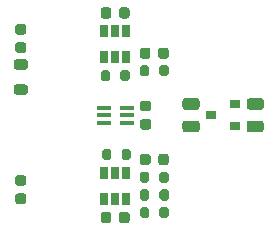
<source format=gbr>
%TF.GenerationSoftware,KiCad,Pcbnew,5.1.10-88a1d61d58~90~ubuntu20.04.1*%
%TF.CreationDate,2021-08-01T07:07:47+02:00*%
%TF.ProjectId,chalkie,6368616c-6b69-4652-9e6b-696361645f70,v1.00*%
%TF.SameCoordinates,Original*%
%TF.FileFunction,Paste,Top*%
%TF.FilePolarity,Positive*%
%FSLAX46Y46*%
G04 Gerber Fmt 4.6, Leading zero omitted, Abs format (unit mm)*
G04 Created by KiCad (PCBNEW 5.1.10-88a1d61d58~90~ubuntu20.04.1) date 2021-08-01 07:07:47*
%MOMM*%
%LPD*%
G01*
G04 APERTURE LIST*
%ADD10R,1.190000X0.400000*%
%ADD11R,0.900000X0.800000*%
%ADD12R,0.650000X1.060000*%
G04 APERTURE END LIST*
D10*
%TO.C,U6*%
X148960000Y-100650000D03*
X148960000Y-100000000D03*
X148960000Y-99350000D03*
X147040000Y-99350000D03*
X147040000Y-100000000D03*
X147040000Y-100650000D03*
%TD*%
%TO.C,C1*%
G36*
G01*
X151645000Y-104000000D02*
X151645000Y-103500000D01*
G75*
G02*
X151870000Y-103275000I225000J0D01*
G01*
X152320000Y-103275000D01*
G75*
G02*
X152545000Y-103500000I0J-225000D01*
G01*
X152545000Y-104000000D01*
G75*
G02*
X152320000Y-104225000I-225000J0D01*
G01*
X151870000Y-104225000D01*
G75*
G02*
X151645000Y-104000000I0J225000D01*
G01*
G37*
G36*
G01*
X150095000Y-104000000D02*
X150095000Y-103500000D01*
G75*
G02*
X150320000Y-103275000I225000J0D01*
G01*
X150770000Y-103275000D01*
G75*
G02*
X150995000Y-103500000I0J-225000D01*
G01*
X150995000Y-104000000D01*
G75*
G02*
X150770000Y-104225000I-225000J0D01*
G01*
X150320000Y-104225000D01*
G75*
G02*
X150095000Y-104000000I0J225000D01*
G01*
G37*
%TD*%
%TO.C,C2*%
G36*
G01*
X140250000Y-107525000D02*
X139750000Y-107525000D01*
G75*
G02*
X139525000Y-107300000I0J225000D01*
G01*
X139525000Y-106850000D01*
G75*
G02*
X139750000Y-106625000I225000J0D01*
G01*
X140250000Y-106625000D01*
G75*
G02*
X140475000Y-106850000I0J-225000D01*
G01*
X140475000Y-107300000D01*
G75*
G02*
X140250000Y-107525000I-225000J0D01*
G01*
G37*
G36*
G01*
X140250000Y-105975000D02*
X139750000Y-105975000D01*
G75*
G02*
X139525000Y-105750000I0J225000D01*
G01*
X139525000Y-105300000D01*
G75*
G02*
X139750000Y-105075000I225000J0D01*
G01*
X140250000Y-105075000D01*
G75*
G02*
X140475000Y-105300000I0J-225000D01*
G01*
X140475000Y-105750000D01*
G75*
G02*
X140250000Y-105975000I-225000J0D01*
G01*
G37*
%TD*%
%TO.C,C3*%
G36*
G01*
X139750000Y-93825000D02*
X140250000Y-93825000D01*
G75*
G02*
X140475000Y-94050000I0J-225000D01*
G01*
X140475000Y-94500000D01*
G75*
G02*
X140250000Y-94725000I-225000J0D01*
G01*
X139750000Y-94725000D01*
G75*
G02*
X139525000Y-94500000I0J225000D01*
G01*
X139525000Y-94050000D01*
G75*
G02*
X139750000Y-93825000I225000J0D01*
G01*
G37*
G36*
G01*
X139750000Y-92275000D02*
X140250000Y-92275000D01*
G75*
G02*
X140475000Y-92500000I0J-225000D01*
G01*
X140475000Y-92950000D01*
G75*
G02*
X140250000Y-93175000I-225000J0D01*
G01*
X139750000Y-93175000D01*
G75*
G02*
X139525000Y-92950000I0J225000D01*
G01*
X139525000Y-92500000D01*
G75*
G02*
X139750000Y-92275000I225000J0D01*
G01*
G37*
%TD*%
%TO.C,C4*%
G36*
G01*
X147675000Y-91090000D02*
X147675000Y-91590000D01*
G75*
G02*
X147450000Y-91815000I-225000J0D01*
G01*
X147000000Y-91815000D01*
G75*
G02*
X146775000Y-91590000I0J225000D01*
G01*
X146775000Y-91090000D01*
G75*
G02*
X147000000Y-90865000I225000J0D01*
G01*
X147450000Y-90865000D01*
G75*
G02*
X147675000Y-91090000I0J-225000D01*
G01*
G37*
G36*
G01*
X149225000Y-91090000D02*
X149225000Y-91590000D01*
G75*
G02*
X149000000Y-91815000I-225000J0D01*
G01*
X148550000Y-91815000D01*
G75*
G02*
X148325000Y-91590000I0J225000D01*
G01*
X148325000Y-91090000D01*
G75*
G02*
X148550000Y-90865000I225000J0D01*
G01*
X149000000Y-90865000D01*
G75*
G02*
X149225000Y-91090000I0J-225000D01*
G01*
G37*
%TD*%
%TO.C,C5*%
G36*
G01*
X149225000Y-108410000D02*
X149225000Y-108910000D01*
G75*
G02*
X149000000Y-109135000I-225000J0D01*
G01*
X148550000Y-109135000D01*
G75*
G02*
X148325000Y-108910000I0J225000D01*
G01*
X148325000Y-108410000D01*
G75*
G02*
X148550000Y-108185000I225000J0D01*
G01*
X149000000Y-108185000D01*
G75*
G02*
X149225000Y-108410000I0J-225000D01*
G01*
G37*
G36*
G01*
X147675000Y-108410000D02*
X147675000Y-108910000D01*
G75*
G02*
X147450000Y-109135000I-225000J0D01*
G01*
X147000000Y-109135000D01*
G75*
G02*
X146775000Y-108910000I0J225000D01*
G01*
X146775000Y-108410000D01*
G75*
G02*
X147000000Y-108185000I225000J0D01*
G01*
X147450000Y-108185000D01*
G75*
G02*
X147675000Y-108410000I0J-225000D01*
G01*
G37*
%TD*%
%TO.C,C6*%
G36*
G01*
X152535000Y-94500000D02*
X152535000Y-95000000D01*
G75*
G02*
X152310000Y-95225000I-225000J0D01*
G01*
X151860000Y-95225000D01*
G75*
G02*
X151635000Y-95000000I0J225000D01*
G01*
X151635000Y-94500000D01*
G75*
G02*
X151860000Y-94275000I225000J0D01*
G01*
X152310000Y-94275000D01*
G75*
G02*
X152535000Y-94500000I0J-225000D01*
G01*
G37*
G36*
G01*
X150985000Y-94500000D02*
X150985000Y-95000000D01*
G75*
G02*
X150760000Y-95225000I-225000J0D01*
G01*
X150310000Y-95225000D01*
G75*
G02*
X150085000Y-95000000I0J225000D01*
G01*
X150085000Y-94500000D01*
G75*
G02*
X150310000Y-94275000I225000J0D01*
G01*
X150760000Y-94275000D01*
G75*
G02*
X150985000Y-94500000I0J-225000D01*
G01*
G37*
%TD*%
%TO.C,C7*%
G36*
G01*
X154895000Y-101450000D02*
X153945000Y-101450000D01*
G75*
G02*
X153695000Y-101200000I0J250000D01*
G01*
X153695000Y-100700000D01*
G75*
G02*
X153945000Y-100450000I250000J0D01*
G01*
X154895000Y-100450000D01*
G75*
G02*
X155145000Y-100700000I0J-250000D01*
G01*
X155145000Y-101200000D01*
G75*
G02*
X154895000Y-101450000I-250000J0D01*
G01*
G37*
G36*
G01*
X154895000Y-99550000D02*
X153945000Y-99550000D01*
G75*
G02*
X153695000Y-99300000I0J250000D01*
G01*
X153695000Y-98800000D01*
G75*
G02*
X153945000Y-98550000I250000J0D01*
G01*
X154895000Y-98550000D01*
G75*
G02*
X155145000Y-98800000I0J-250000D01*
G01*
X155145000Y-99300000D01*
G75*
G02*
X154895000Y-99550000I-250000J0D01*
G01*
G37*
%TD*%
%TO.C,C8*%
G36*
G01*
X160325000Y-99550000D02*
X159375000Y-99550000D01*
G75*
G02*
X159125000Y-99300000I0J250000D01*
G01*
X159125000Y-98800000D01*
G75*
G02*
X159375000Y-98550000I250000J0D01*
G01*
X160325000Y-98550000D01*
G75*
G02*
X160575000Y-98800000I0J-250000D01*
G01*
X160575000Y-99300000D01*
G75*
G02*
X160325000Y-99550000I-250000J0D01*
G01*
G37*
G36*
G01*
X160325000Y-101450000D02*
X159375000Y-101450000D01*
G75*
G02*
X159125000Y-101200000I0J250000D01*
G01*
X159125000Y-100700000D01*
G75*
G02*
X159375000Y-100450000I250000J0D01*
G01*
X160325000Y-100450000D01*
G75*
G02*
X160575000Y-100700000I0J-250000D01*
G01*
X160575000Y-101200000D01*
G75*
G02*
X160325000Y-101450000I-250000J0D01*
G01*
G37*
%TD*%
%TO.C,C9*%
G36*
G01*
X150820000Y-101225000D02*
X150320000Y-101225000D01*
G75*
G02*
X150095000Y-101000000I0J225000D01*
G01*
X150095000Y-100550000D01*
G75*
G02*
X150320000Y-100325000I225000J0D01*
G01*
X150820000Y-100325000D01*
G75*
G02*
X151045000Y-100550000I0J-225000D01*
G01*
X151045000Y-101000000D01*
G75*
G02*
X150820000Y-101225000I-225000J0D01*
G01*
G37*
G36*
G01*
X150820000Y-99675000D02*
X150320000Y-99675000D01*
G75*
G02*
X150095000Y-99450000I0J225000D01*
G01*
X150095000Y-99000000D01*
G75*
G02*
X150320000Y-98775000I225000J0D01*
G01*
X150820000Y-98775000D01*
G75*
G02*
X151045000Y-99000000I0J-225000D01*
G01*
X151045000Y-99450000D01*
G75*
G02*
X150820000Y-99675000I-225000J0D01*
G01*
G37*
%TD*%
%TO.C,L1*%
G36*
G01*
X139618750Y-95270000D02*
X140381250Y-95270000D01*
G75*
G02*
X140600000Y-95488750I0J-218750D01*
G01*
X140600000Y-95926250D01*
G75*
G02*
X140381250Y-96145000I-218750J0D01*
G01*
X139618750Y-96145000D01*
G75*
G02*
X139400000Y-95926250I0J218750D01*
G01*
X139400000Y-95488750D01*
G75*
G02*
X139618750Y-95270000I218750J0D01*
G01*
G37*
G36*
G01*
X139618750Y-97395000D02*
X140381250Y-97395000D01*
G75*
G02*
X140600000Y-97613750I0J-218750D01*
G01*
X140600000Y-98051250D01*
G75*
G02*
X140381250Y-98270000I-218750J0D01*
G01*
X139618750Y-98270000D01*
G75*
G02*
X139400000Y-98051250I0J218750D01*
G01*
X139400000Y-97613750D01*
G75*
G02*
X139618750Y-97395000I218750J0D01*
G01*
G37*
%TD*%
%TO.C,R1*%
G36*
G01*
X147685000Y-103045000D02*
X147685000Y-103595000D01*
G75*
G02*
X147485000Y-103795000I-200000J0D01*
G01*
X147085000Y-103795000D01*
G75*
G02*
X146885000Y-103595000I0J200000D01*
G01*
X146885000Y-103045000D01*
G75*
G02*
X147085000Y-102845000I200000J0D01*
G01*
X147485000Y-102845000D01*
G75*
G02*
X147685000Y-103045000I0J-200000D01*
G01*
G37*
G36*
G01*
X149335000Y-103045000D02*
X149335000Y-103595000D01*
G75*
G02*
X149135000Y-103795000I-200000J0D01*
G01*
X148735000Y-103795000D01*
G75*
G02*
X148535000Y-103595000I0J200000D01*
G01*
X148535000Y-103045000D01*
G75*
G02*
X148735000Y-102845000I200000J0D01*
G01*
X149135000Y-102845000D01*
G75*
G02*
X149335000Y-103045000I0J-200000D01*
G01*
G37*
%TD*%
%TO.C,R2*%
G36*
G01*
X150895000Y-104975000D02*
X150895000Y-105525000D01*
G75*
G02*
X150695000Y-105725000I-200000J0D01*
G01*
X150295000Y-105725000D01*
G75*
G02*
X150095000Y-105525000I0J200000D01*
G01*
X150095000Y-104975000D01*
G75*
G02*
X150295000Y-104775000I200000J0D01*
G01*
X150695000Y-104775000D01*
G75*
G02*
X150895000Y-104975000I0J-200000D01*
G01*
G37*
G36*
G01*
X152545000Y-104975000D02*
X152545000Y-105525000D01*
G75*
G02*
X152345000Y-105725000I-200000J0D01*
G01*
X151945000Y-105725000D01*
G75*
G02*
X151745000Y-105525000I0J200000D01*
G01*
X151745000Y-104975000D01*
G75*
G02*
X151945000Y-104775000I200000J0D01*
G01*
X152345000Y-104775000D01*
G75*
G02*
X152545000Y-104975000I0J-200000D01*
G01*
G37*
%TD*%
%TO.C,R3*%
G36*
G01*
X150895000Y-106475000D02*
X150895000Y-107025000D01*
G75*
G02*
X150695000Y-107225000I-200000J0D01*
G01*
X150295000Y-107225000D01*
G75*
G02*
X150095000Y-107025000I0J200000D01*
G01*
X150095000Y-106475000D01*
G75*
G02*
X150295000Y-106275000I200000J0D01*
G01*
X150695000Y-106275000D01*
G75*
G02*
X150895000Y-106475000I0J-200000D01*
G01*
G37*
G36*
G01*
X152545000Y-106475000D02*
X152545000Y-107025000D01*
G75*
G02*
X152345000Y-107225000I-200000J0D01*
G01*
X151945000Y-107225000D01*
G75*
G02*
X151745000Y-107025000I0J200000D01*
G01*
X151745000Y-106475000D01*
G75*
G02*
X151945000Y-106275000I200000J0D01*
G01*
X152345000Y-106275000D01*
G75*
G02*
X152545000Y-106475000I0J-200000D01*
G01*
G37*
%TD*%
%TO.C,R4*%
G36*
G01*
X152545000Y-107975000D02*
X152545000Y-108525000D01*
G75*
G02*
X152345000Y-108725000I-200000J0D01*
G01*
X151945000Y-108725000D01*
G75*
G02*
X151745000Y-108525000I0J200000D01*
G01*
X151745000Y-107975000D01*
G75*
G02*
X151945000Y-107775000I200000J0D01*
G01*
X152345000Y-107775000D01*
G75*
G02*
X152545000Y-107975000I0J-200000D01*
G01*
G37*
G36*
G01*
X150895000Y-107975000D02*
X150895000Y-108525000D01*
G75*
G02*
X150695000Y-108725000I-200000J0D01*
G01*
X150295000Y-108725000D01*
G75*
G02*
X150095000Y-108525000I0J200000D01*
G01*
X150095000Y-107975000D01*
G75*
G02*
X150295000Y-107775000I200000J0D01*
G01*
X150695000Y-107775000D01*
G75*
G02*
X150895000Y-107975000I0J-200000D01*
G01*
G37*
%TD*%
%TO.C,R5*%
G36*
G01*
X150085000Y-96515000D02*
X150085000Y-95965000D01*
G75*
G02*
X150285000Y-95765000I200000J0D01*
G01*
X150685000Y-95765000D01*
G75*
G02*
X150885000Y-95965000I0J-200000D01*
G01*
X150885000Y-96515000D01*
G75*
G02*
X150685000Y-96715000I-200000J0D01*
G01*
X150285000Y-96715000D01*
G75*
G02*
X150085000Y-96515000I0J200000D01*
G01*
G37*
G36*
G01*
X151735000Y-96515000D02*
X151735000Y-95965000D01*
G75*
G02*
X151935000Y-95765000I200000J0D01*
G01*
X152335000Y-95765000D01*
G75*
G02*
X152535000Y-95965000I0J-200000D01*
G01*
X152535000Y-96515000D01*
G75*
G02*
X152335000Y-96715000I-200000J0D01*
G01*
X151935000Y-96715000D01*
G75*
G02*
X151735000Y-96515000I0J200000D01*
G01*
G37*
%TD*%
%TO.C,R6*%
G36*
G01*
X149225000Y-96375000D02*
X149225000Y-96925000D01*
G75*
G02*
X149025000Y-97125000I-200000J0D01*
G01*
X148625000Y-97125000D01*
G75*
G02*
X148425000Y-96925000I0J200000D01*
G01*
X148425000Y-96375000D01*
G75*
G02*
X148625000Y-96175000I200000J0D01*
G01*
X149025000Y-96175000D01*
G75*
G02*
X149225000Y-96375000I0J-200000D01*
G01*
G37*
G36*
G01*
X147575000Y-96375000D02*
X147575000Y-96925000D01*
G75*
G02*
X147375000Y-97125000I-200000J0D01*
G01*
X146975000Y-97125000D01*
G75*
G02*
X146775000Y-96925000I0J200000D01*
G01*
X146775000Y-96375000D01*
G75*
G02*
X146975000Y-96175000I200000J0D01*
G01*
X147375000Y-96175000D01*
G75*
G02*
X147575000Y-96375000I0J-200000D01*
G01*
G37*
%TD*%
D11*
%TO.C,U1*%
X158140000Y-100950000D03*
X158140000Y-99050000D03*
X156140000Y-100000000D03*
%TD*%
D12*
%TO.C,U4*%
X148950000Y-104900000D03*
X148000000Y-104900000D03*
X147050000Y-104900000D03*
X147050000Y-107100000D03*
X148950000Y-107100000D03*
X148000000Y-107100000D03*
%TD*%
%TO.C,U5*%
X148000000Y-92900000D03*
X147050000Y-92900000D03*
X148950000Y-92900000D03*
X148950000Y-95100000D03*
X148000000Y-95100000D03*
X147050000Y-95100000D03*
%TD*%
M02*

</source>
